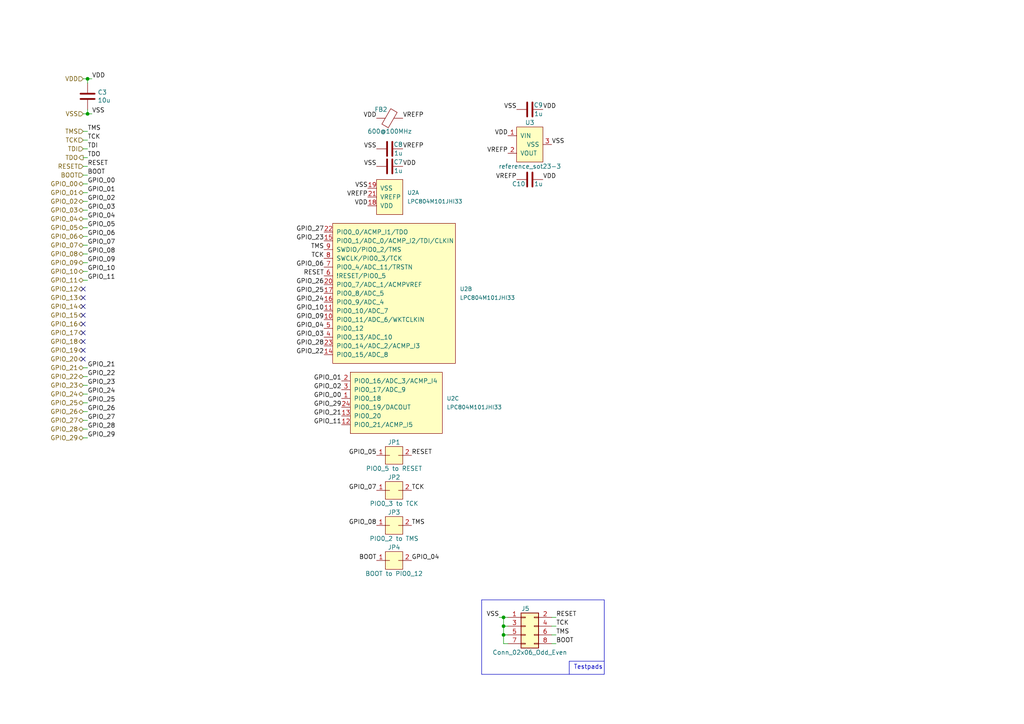
<source format=kicad_sch>
(kicad_sch (version 20230121) (generator eeschema)
  (paper "A4")
  (lib_symbols
    (symbol "Connector_Generic:Conn_02x04_Odd_Even" (pin_names (offset 1.016) hide)
      (property "Reference" "J" (at 1.27 5.08 0))
      (property "Value" "Conn_02x04_Odd_Even" (at 1.27 -7.62 0))
      (symbol "Conn_02x04_Odd_Even_1_1"
        (rectangle (start -1.27 -4.953) (end 0 -5.207) (stroke (width 0.1524)))
        (rectangle (start -1.27 -2.413) (end 0 -2.667) (stroke (width 0.1524)))
        (rectangle (start -1.27 0.127) (end 0 -0.127) (stroke (width 0.1524)))
        (rectangle (start -1.27 2.667) (end 0 2.413) (stroke (width 0.1524)))
        (rectangle (start -1.27 3.81) (end 3.81 -6.35) (stroke (width 0.254)) (fill (type background)))
        (rectangle (start 3.81 -4.953) (end 2.54 -5.207) (stroke (width 0.1524)))
        (rectangle (start 3.81 -2.413) (end 2.54 -2.667) (stroke (width 0.1524)))
        (rectangle (start 3.81 0.127) (end 2.54 -0.127) (stroke (width 0.1524)))
        (rectangle (start 3.81 2.667) (end 2.54 2.413) (stroke (width 0.1524)))
        (pin passive line (at -5.08 2.54 0) (length 3.81) (name "Pin_1") (number "1"))
        (pin passive line (at 7.62 2.54 180) (length 3.81) (name "Pin_2") (number "2"))
        (pin passive line (at -5.08 0 0) (length 3.81) (name "Pin_3") (number "3"))
        (pin passive line (at 7.62 0 180) (length 3.81) (name "Pin_4") (number "4"))
        (pin passive line (at -5.08 -2.54 0) (length 3.81) (name "Pin_5") (number "5"))
        (pin passive line (at 7.62 -2.54 180) (length 3.81) (name "Pin_6") (number "6"))
        (pin passive line (at -5.08 -5.08 0) (length 3.81) (name "Pin_7") (number "7"))
        (pin passive line (at 7.62 -5.08 180) (length 3.81) (name "Pin_8") (number "8"))
      )
    )
    (symbol "Device:C" (pin_numbers hide) (pin_names (offset 0.254))
      (property "Reference" "C" (at 0.635 2.54 0))
      (property "Value" "C" (at 0.635 -2.54 0))
      (symbol "C_0_1"
        (polyline (pts (xy -2.032 -0.762) (xy 2.032 -0.762)) (stroke (width 0.508)))
        (polyline (pts (xy -2.032 0.762) (xy 2.032 0.762)) (stroke (width 0.508)))
      )
      (symbol "C_1_1"
        (pin passive line (at 0 3.81 270) (length 2.794) (name "~") (number "1"))
        (pin passive line (at 0 -3.81 90) (length 2.794) (name "~") (number "2"))
      )
    )
    (symbol "Device:FerriteBead" (pin_numbers hide) (pin_names (offset 0))
      (property "Reference" "FB" (at -3.81 0.635 90))
      (property "Value" "FerriteBead" (at 3.81 0 90))
      (symbol "FerriteBead_0_1"
        (polyline (pts (xy 0 -1.27) (xy 0 -1.2192)))
        (polyline (pts (xy 0 1.27) (xy 0 1.2954)))
        (polyline (pts (xy -2.7686 0.4064) (xy -1.7018 2.2606) (xy 2.7686 -0.3048) (xy 1.6764 -2.159) (xy -2.7686 0.4064)))
      )
      (symbol "FerriteBead_1_1"
        (pin passive line (at 0 3.81 270) (length 2.54) (name "~") (number "1"))
        (pin passive line (at 0 -3.81 90) (length 2.54) (name "~") (number "2"))
      )
    )
    (symbol "SquantorGenericAnalog:reference_sot23-3" (pin_names (offset 1.016))
      (property "Reference" "U" (at 0 6.35 0))
      (property "Value" "reference_sot23-3" (at 0 -6.35 0))
      (symbol "reference_sot23-3_0_1"
        (rectangle (start -3.81 5.08) (end 3.81 -5.08) (fill (type background)))
      )
      (symbol "reference_sot23-3_1_1"
        (pin power_in line (at -6.35 2.54 0) (length 2.54) (name "VIN") (number "1"))
        (pin power_out line (at -6.35 -2.54 0) (length 2.54) (name "VOUT") (number "2"))
        (pin power_in line (at 6.35 0 180) (length 2.54) (name "VSS") (number "3"))
      )
    )
    (symbol "SquantorNxp:LPC804M101JDH24" (pin_names (offset 1.016))
      (property "Reference" "U" (at -1.27 21.59 0))
      (property "Value" "LPC804M101JHI33" (at -7.62 -22.86 0))
      (symbol "LPC804M101JDH24_1_1"
        (rectangle (start -3.81 5.08) (end 3.81 -5.08) (fill (type background)))
        (pin power_in line (at -6.35 -2.54 0) (length 2.54) (name "VDD") (number "18"))
        (pin power_in line (at -6.35 2.54 0) (length 2.54) (name "VSS") (number "19"))
        (pin power_in line (at -6.35 0 0) (length 2.54) (name "VREFP") (number "21"))
      )
      (symbol "LPC804M101JDH24_2_1"
        (rectangle (start -19.05 20.32) (end 16.51 -20.32) (fill (type background)))
        (pin bidirectional line (at -21.59 -7.62 0) (length 2.54) (name "PIO0_11/ADC_6/WKTCLKIN") (number "10"))
        (pin bidirectional line (at -21.59 -5.08 0) (length 2.54) (name "PIO0_10/ADC_7") (number "11"))
        (pin bidirectional line (at -21.59 -17.78 0) (length 2.54) (name "PIO0_15/ADC_8") (number "14"))
        (pin bidirectional line (at -21.59 15.24 0) (length 2.54) (name "PIO0_1/ADC_0/ACMP_I2/TDI/CLKIN") (number "15"))
        (pin bidirectional line (at -21.59 -2.54 0) (length 2.54) (name "PIO0_9/ADC_4") (number "16"))
        (pin bidirectional line (at -21.59 0 0) (length 2.54) (name "PIO0_8/ADC_5") (number "17"))
        (pin bidirectional line (at -21.59 2.54 0) (length 2.54) (name "PIO0_7/ADC_1/ACMPVREF") (number "20"))
        (pin bidirectional line (at -21.59 17.78 0) (length 2.54) (name "PIO0_0/ACMP_I1/TDO") (number "22"))
        (pin bidirectional line (at -21.59 -15.24 0) (length 2.54) (name "PIO0_14/ADC_2/ACMP_I3") (number "23"))
        (pin bidirectional line (at -21.59 -12.7 0) (length 2.54) (name "PIO0_13/ADC_10") (number "4"))
        (pin bidirectional line (at -21.59 -10.16 0) (length 2.54) (name "PIO0_12") (number "5"))
        (pin bidirectional line (at -21.59 5.08 0) (length 2.54) (name "!RESET/PIO0_5") (number "6"))
        (pin bidirectional line (at -21.59 7.62 0) (length 2.54) (name "PIO0_4/ADC_11/TRSTN") (number "7"))
        (pin bidirectional line (at -21.59 10.16 0) (length 2.54) (name "SWCLK/PIO0_3/TCK") (number "8"))
        (pin bidirectional line (at -21.59 12.7 0) (length 2.54) (name "SWDIO/PIO0_2/TMS") (number "9"))
      )
      (symbol "LPC804M101JDH24_3_1"
        (rectangle (start -12.7 8.89) (end 13.97 -8.89) (fill (type background)))
        (pin bidirectional line (at -15.24 1.27 0) (length 2.54) (name "PIO0_18") (number "1"))
        (pin bidirectional line (at -15.24 -6.35 0) (length 2.54) (name "PIO0_21/ACMP_I5") (number "12"))
        (pin bidirectional line (at -15.24 -3.81 0) (length 2.54) (name "PIO0_20") (number "13"))
        (pin bidirectional line (at -15.24 6.35 0) (length 2.54) (name "PIO0_16/ADC_3/ACMP_I4") (number "2"))
        (pin bidirectional line (at -15.24 -1.27 0) (length 2.54) (name "PIO0_19/DACOUT") (number "24"))
        (pin bidirectional line (at -15.24 3.81 0) (length 2.54) (name "PIO0_17/ADC_9") (number "3"))
      )
    )
    (symbol "SquantorSpecial:Solderjumper_2way_noconn" (pin_names (offset 1.016))
      (property "Reference" "JP" (at 0 3.81 0))
      (property "Value" "Solderjumper_2way_noconn" (at 0 -3.81 0))
      (symbol "Solderjumper_2way_noconn_0_1"
        (rectangle (start -2.54 2.54) (end 2.54 -2.54) (fill (type background)))
        (polyline (pts (xy -2.54 0) (xy -1.27 0)))
        (polyline (pts (xy 2.54 0) (xy 1.27 0)))
      )
      (symbol "Solderjumper_2way_noconn_1_1"
        (pin passive line (at -5.08 0 0) (length 2.54) (name "~") (number "1"))
        (pin passive line (at 5.08 0 180) (length 2.54) (name "~") (number "2"))
      )
    )
  )
  (junction (at 146.05 179.07))
  (junction (at 146.05 181.61))
  (junction (at 146.05 184.15))
  (junction (at 25.4 33.02))
  (junction (at 25.4 22.86))
  (no_connect (at 24.13 93.98))
  (no_connect (at 24.13 99.06))
  (no_connect (at 24.13 86.36))
  (no_connect (at 24.13 101.6))
  (no_connect (at 24.13 88.9))
  (no_connect (at 24.13 96.52))
  (no_connect (at 24.13 83.82))
  (no_connect (at 24.13 104.14))
  (no_connect (at 24.13 91.44))
  (wire (pts (xy 24.13 50.8) (xy 25.4 50.8)))
  (wire (pts (xy 146.05 179.07) (xy 147.32 179.07)))
  (polyline (pts (xy 175.26 194.31) (xy 175.26 195.58)))
  (wire (pts (xy 160.02 179.07) (xy 161.29 179.07)))
  (polyline (pts (xy 139.7 195.58) (xy 175.26 195.58)))
  (wire (pts (xy 25.4 33.02) (xy 25.4 31.75)))
  (wire (pts (xy 24.13 38.1) (xy 25.4 38.1)))
  (wire (pts (xy 24.13 33.02) (xy 25.4 33.02)))
  (wire (pts (xy 24.13 116.84) (xy 25.4 116.84)))
  (wire (pts (xy 24.13 58.42) (xy 25.4 58.42)))
  (wire (pts (xy 146.05 184.15) (xy 146.05 186.69)))
  (polyline (pts (xy 175.26 173.99) (xy 139.7 173.99)))
  (wire (pts (xy 26.67 22.86) (xy 25.4 22.86)))
  (wire (pts (xy 24.13 53.34) (xy 25.4 53.34)))
  (polyline (pts (xy 139.7 173.99) (xy 139.7 195.58)))
  (wire (pts (xy 160.02 186.69) (xy 161.29 186.69)))
  (wire (pts (xy 24.13 68.58) (xy 25.4 68.58)))
  (wire (pts (xy 146.05 181.61) (xy 146.05 184.15)))
  (polyline (pts (xy 175.26 191.77) (xy 165.1 191.77)))
  (wire (pts (xy 25.4 45.72) (xy 24.13 45.72)))
  (wire (pts (xy 25.4 22.86) (xy 25.4 24.13)))
  (wire (pts (xy 26.67 33.02) (xy 25.4 33.02)))
  (wire (pts (xy 24.13 66.04) (xy 25.4 66.04)))
  (wire (pts (xy 160.02 184.15) (xy 161.29 184.15)))
  (wire (pts (xy 24.13 71.12) (xy 25.4 71.12)))
  (wire (pts (xy 24.13 106.68) (xy 25.4 106.68)))
  (polyline (pts (xy 175.26 194.31) (xy 175.26 173.99)))
  (wire (pts (xy 25.4 40.64) (xy 24.13 40.64)))
  (wire (pts (xy 144.78 179.07) (xy 146.05 179.07)))
  (wire (pts (xy 160.02 181.61) (xy 161.29 181.61)))
  (wire (pts (xy 24.13 48.26) (xy 25.4 48.26)))
  (wire (pts (xy 24.13 43.18) (xy 25.4 43.18)))
  (wire (pts (xy 146.05 181.61) (xy 147.32 181.61)))
  (wire (pts (xy 24.13 114.3) (xy 25.4 114.3)))
  (wire (pts (xy 24.13 76.2) (xy 25.4 76.2)))
  (wire (pts (xy 24.13 81.28) (xy 25.4 81.28)))
  (wire (pts (xy 146.05 184.15) (xy 147.32 184.15)))
  (wire (pts (xy 24.13 119.38) (xy 25.4 119.38)))
  (wire (pts (xy 24.13 127) (xy 25.4 127)))
  (wire (pts (xy 146.05 179.07) (xy 146.05 181.61)))
  (wire (pts (xy 24.13 111.76) (xy 25.4 111.76)))
  (wire (pts (xy 24.13 60.96) (xy 25.4 60.96)))
  (wire (pts (xy 24.13 22.86) (xy 25.4 22.86)))
  (wire (pts (xy 24.13 63.5) (xy 25.4 63.5)))
  (wire (pts (xy 24.13 55.88) (xy 25.4 55.88)))
  (wire (pts (xy 24.13 78.74) (xy 25.4 78.74)))
  (wire (pts (xy 24.13 124.46) (xy 25.4 124.46)))
  (polyline (pts (xy 165.1 191.77) (xy 165.1 195.58)))
  (wire (pts (xy 24.13 109.22) (xy 25.4 109.22)))
  (wire (pts (xy 146.05 186.69) (xy 147.32 186.69)))
  (wire (pts (xy 24.13 121.92) (xy 25.4 121.92)))
  (wire (pts (xy 24.13 73.66) (xy 25.4 73.66)))
  (text "Testpads" (at 166.37 194.31 0) (effects (font (size 1.27 1.27)) (justify left bottom)))
  (label "GPIO_08" (at 109.22 152.4 180))
  (label "GPIO_06" (at 25.4 68.58 0))
  (label "GPIO_06" (at 93.98 77.47 180))
  (label "VSS" (at 160.02 41.91 0))
  (label "GPIO_01" (at 25.4 55.88 0))
  (label "VREFP" (at 116.84 34.29 0))
  (label "GPIO_04" (at 119.38 162.56 0))
  (label "BOOT" (at 25.4 50.8 0))
  (label "GPIO_28" (at 25.4 124.46 0))
  (label "GPIO_11" (at 99.06 123.19 180))
  (label "GPIO_05" (at 109.22 132.08 180))
  (label "VDD" (at 106.68 59.69 180))
  (label "VDD" (at 157.48 31.75 0))
  (label "GPIO_28" (at 93.98 100.33 180))
  (label "GPIO_04" (at 93.98 95.25 180))
  (label "VSS" (at 149.86 31.75 180))
  (label "GPIO_25" (at 93.98 85.09 180))
  (label "GPIO_00" (at 25.4 53.34 0))
  (label "BOOT" (at 109.22 162.56 180))
  (label "VDD" (at 26.67 22.86 0))
  (label "GPIO_26" (at 93.98 82.55 180))
  (label "GPIO_27" (at 93.98 67.31 180))
  (label "GPIO_01" (at 99.06 110.49 180))
  (label "TCK" (at 119.38 142.24 0))
  (label "BOOT" (at 161.29 186.69 0))
  (label "GPIO_02" (at 99.06 113.03 180))
  (label "TCK" (at 161.29 181.61 0))
  (label "GPIO_29" (at 25.4 127 0))
  (label "TCK" (at 93.98 74.93 180))
  (label "VSS" (at 26.67 33.02 0))
  (label "VDD" (at 147.32 39.37 180))
  (label "GPIO_10" (at 93.98 90.17 180))
  (label "GPIO_21" (at 25.4 106.68 0))
  (label "TMS" (at 161.29 184.15 0))
  (label "RESET" (at 93.98 80.01 180))
  (label "VDD" (at 116.84 48.26 0))
  (label "TMS" (at 93.98 72.39 180))
  (label "GPIO_22" (at 25.4 109.22 0))
  (label "GPIO_11" (at 25.4 81.28 0))
  (label "VSS" (at 144.78 179.07 180))
  (label "RESET" (at 25.4 48.26 0))
  (label "GPIO_03" (at 93.98 97.79 180))
  (label "RESET" (at 119.38 132.08 0))
  (label "GPIO_00" (at 99.06 115.57 180))
  (label "GPIO_10" (at 25.4 78.74 0))
  (label "GPIO_07" (at 25.4 71.12 0))
  (label "GPIO_25" (at 25.4 116.84 0))
  (label "GPIO_05" (at 25.4 66.04 0))
  (label "GPIO_24" (at 25.4 114.3 0))
  (label "GPIO_04" (at 25.4 63.5 0))
  (label "GPIO_02" (at 25.4 58.42 0))
  (label "TCK" (at 25.4 40.64 0))
  (label "GPIO_09" (at 93.98 92.71 180))
  (label "GPIO_26" (at 25.4 119.38 0))
  (label "GPIO_24" (at 93.98 87.63 180))
  (label "GPIO_22" (at 93.98 102.87 180))
  (label "VREFP" (at 116.84 43.18 0))
  (label "VREFP" (at 106.68 57.15 180))
  (label "TDO" (at 25.4 45.72 0))
  (label "TMS" (at 119.38 152.4 0))
  (label "GPIO_29" (at 99.06 118.11 180))
  (label "GPIO_07" (at 109.22 142.24 180))
  (label "GPIO_03" (at 25.4 60.96 0))
  (label "GPIO_27" (at 25.4 121.92 0))
  (label "VDD" (at 109.22 34.29 180))
  (label "VSS" (at 109.22 48.26 180))
  (label "TMS" (at 25.4 38.1 0))
  (label "GPIO_08" (at 25.4 73.66 0))
  (label "GPIO_23" (at 93.98 69.85 180))
  (label "VSS" (at 109.22 43.18 180))
  (label "GPIO_21" (at 99.06 120.65 180))
  (label "VSS" (at 106.68 54.61 180))
  (label "TDI" (at 25.4 43.18 0))
  (label "VREFP" (at 149.86 52.07 180))
  (label "VDD" (at 157.48 52.07 0))
  (label "VREFP" (at 147.32 44.45 180))
  (label "GPIO_09" (at 25.4 76.2 0))
  (label "GPIO_23" (at 25.4 111.76 0))
  (label "RESET" (at 161.29 179.07 0))
  (hierarchical_label "GPIO_16" (shape bidirectional) (at 24.13 93.98 180))
  (hierarchical_label "GPIO_17" (shape bidirectional) (at 24.13 96.52 180))
  (hierarchical_label "GPIO_20" (shape bidirectional) (at 24.13 104.14 180))
  (hierarchical_label "GPIO_18" (shape bidirectional) (at 24.13 99.06 180))
  (hierarchical_label "GPIO_02" (shape bidirectional) (at 24.13 58.42 180))
  (hierarchical_label "GPIO_01" (shape bidirectional) (at 24.13 55.88 180))
  (hierarchical_label "GPIO_12" (shape bidirectional) (at 24.13 83.82 180))
  (hierarchical_label "TCK" (shape input) (at 24.13 40.64 180))
  (hierarchical_label "GPIO_24" (shape bidirectional) (at 24.13 114.3 180))
  (hierarchical_label "TDO" (shape output) (at 24.13 45.72 180))
  (hierarchical_label "GPIO_10" (shape bidirectional) (at 24.13 78.74 180))
  (hierarchical_label "GPIO_05" (shape bidirectional) (at 24.13 66.04 180))
  (hierarchical_label "GPIO_00" (shape bidirectional) (at 24.13 53.34 180))
  (hierarchical_label "RESET" (shape input) (at 24.13 48.26 180))
  (hierarchical_label "GPIO_23" (shape bidirectional) (at 24.13 111.76 180))
  (hierarchical_label "GPIO_09" (shape bidirectional) (at 24.13 76.2 180))
  (hierarchical_label "GPIO_13" (shape bidirectional) (at 24.13 86.36 180))
  (hierarchical_label "TMS" (shape input) (at 24.13 38.1 180))
  (hierarchical_label "GPIO_11" (shape bidirectional) (at 24.13 81.28 180))
  (hierarchical_label "TDI" (shape input) (at 24.13 43.18 180))
  (hierarchical_label "GPIO_04" (shape bidirectional) (at 24.13 63.5 180))
  (hierarchical_label "GPIO_15" (shape bidirectional) (at 24.13 91.44 180))
  (hierarchical_label "BOOT" (shape input) (at 24.13 50.8 180))
  (hierarchical_label "GPIO_14" (shape bidirectional) (at 24.13 88.9 180))
  (hierarchical_label "VDD" (shape input) (at 24.13 22.86 180))
  (hierarchical_label "GPIO_21" (shape bidirectional) (at 24.13 106.68 180))
  (hierarchical_label "GPIO_28" (shape bidirectional) (at 24.13 124.46 180))
  (hierarchical_label "GPIO_07" (shape bidirectional) (at 24.13 71.12 180))
  (hierarchical_label "GPIO_08" (shape bidirectional) (at 24.13 73.66 180))
  (hierarchical_label "GPIO_25" (shape bidirectional) (at 24.13 116.84 180))
  (hierarchical_label "GPIO_03" (shape bidirectional) (at 24.13 60.96 180))
  (hierarchical_label "GPIO_22" (shape bidirectional) (at 24.13 109.22 180))
  (hierarchical_label "VSS" (shape input) (at 24.13 33.02 180))
  (hierarchical_label "GPIO_29" (shape bidirectional) (at 24.13 127 180))
  (hierarchical_label "GPIO_26" (shape bidirectional) (at 24.13 119.38 180))
  (hierarchical_label "GPIO_19" (shape bidirectional) (at 24.13 101.6 180))
  (hierarchical_label "GPIO_06" (shape bidirectional) (at 24.13 68.58 180))
  (hierarchical_label "GPIO_27" (shape bidirectional) (at 24.13 121.92 180))
  (symbol (lib_id "Device:C") (at 25.4 27.94 0) (unit 1)
    (property "Reference" "C3" (at 28.321 26.7716 0) (effects (justify left)))
    (property "Value" "10u" (at 28.321 29.083 0) (effects (justify left)))
    (property "Footprint" "SquantorCapacitor:C_0603" (effects hide))
  )
  (symbol (lib_id "SquantorSpecial:Solderjumper_2way_noconn") (at 114.3 142.24 0) (unit 1)
    (property "Reference" "JP2" (at 114.3 138.43 0))
    (property "Value" "PIO0_3 to TCK" (at 114.3 146.05 0))
    (property "Footprint" "SquantorSpecial:solder_jumper_0402_2way_noconn" (effects hide))
  )
  (symbol (lib_id "Connector_Generic:Conn_02x04_Odd_Even") (at 152.4 181.61 0) (unit 1)
    (property "Reference" "J5" (at 152.4 176.53 0))
    (property "Value" "Conn_02x06_Odd_Even" (at 153.67 189.23 0))
    (property "Footprint" "SquantorConnectors:Header-0127-2X04-H006" (effects hide))
  )
  (symbol (lib_id "SquantorSpecial:Solderjumper_2way_noconn") (at 114.3 132.08 0) (unit 1)
    (property "Reference" "JP1" (at 114.3 128.27 0))
    (property "Value" "PIO0_5 to RESET" (at 114.3 135.89 0))
    (property "Footprint" "SquantorSpecial:solder_jumper_0402_2way_noconn" (effects hide))
  )
  (symbol (lib_id "SquantorNxp:LPC804M101JDH24") (at 114.3 116.84 0) (unit 3)
    (property "Reference" "U2" (at 129.54 115.57 0) (effects (font (size 1.143 1.143)) (justify left)))
    (property "Value" "LPC804M101JHI33" (at 129.54 118.11 0) (effects (font (size 1.143 1.143)) (justify left)))
    (property "Footprint" "SquantorIC:SOT355-1-NXP" (effects hide))
  )
  (symbol (lib_id "SquantorNxp:LPC804M101JDH24") (at 113.03 57.15 0) (unit 1)
    (property "Reference" "U2" (at 118.11 55.88 0) (effects (font (size 1.143 1.143)) (justify left)))
    (property "Value" "LPC804M101JHI33" (at 118.11 58.42 0) (effects (font (size 1.143 1.143)) (justify left)))
    (property "Footprint" "SquantorIC:SOT355-1-NXP" (effects hide))
  )
  (symbol (lib_id "Device:FerriteBead") (at 113.03 34.29 90) (unit 1)
    (property "Reference" "FB2" (at 110.49 31.75 90))
    (property "Value" "600@100MHz" (at 113.03 38.1 90))
    (property "Footprint" "SquantorInductor:L_0603" (effects hide))
  )
  (symbol (lib_id "Device:C") (at 113.03 48.26 90) (unit 1)
    (property "Reference" "C7" (at 116.84 46.99 90) (effects (justify left)))
    (property "Value" "1u" (at 116.84 49.53 90) (effects (justify left)))
    (property "Footprint" "SquantorCapacitor:C_0603" (effects hide))
  )
  (symbol (lib_id "Device:C") (at 113.03 43.18 90) (unit 1)
    (property "Reference" "C8" (at 116.84 41.91 90) (effects (justify left)))
    (property "Value" "1u" (at 116.84 44.45 90) (effects (justify left)))
    (property "Footprint" "SquantorCapacitor:C_0603" (effects hide))
  )
  (symbol (lib_id "Device:C") (at 153.67 31.75 90) (unit 1)
    (property "Reference" "C9" (at 157.48 30.48 90) (effects (justify left)))
    (property "Value" "1u" (at 157.48 33.02 90) (effects (justify left)))
    (property "Footprint" "SquantorCapacitor:C_0603" (effects hide))
  )
  (symbol (lib_id "Device:C") (at 153.67 52.07 90) (unit 1)
    (property "Reference" "C10" (at 152.4 53.34 90) (effects (justify left)))
    (property "Value" "1u" (at 157.48 53.34 90) (effects (justify left)))
    (property "Footprint" "SquantorCapacitor:C_0603" (effects hide))
  )
  (symbol (lib_id "SquantorNxp:LPC804M101JDH24") (at 115.57 85.09 0) (unit 2)
    (property "Reference" "U2" (at 133.35 83.82 0) (effects (font (size 1.143 1.143)) (justify left)))
    (property "Value" "LPC804M101JHI33" (at 133.35 86.36 0) (effects (font (size 1.143 1.143)) (justify left)))
    (property "Footprint" "SquantorIC:SOT355-1-NXP" (effects hide))
  )
  (symbol (lib_id "SquantorSpecial:Solderjumper_2way_noconn") (at 114.3 162.56 0) (unit 1)
    (property "Reference" "JP4" (at 114.3 158.75 0))
    (property "Value" "BOOT to PIO0_12" (at 114.3 166.37 0))
    (property "Footprint" "SquantorSpecial:solder_jumper_0402_2way_noconn" (effects hide))
  )
  (symbol (lib_id "SquantorGenericAnalog:reference_sot23-3") (at 153.67 41.91 0) (unit 1)
    (property "Reference" "U3" (at 153.67 35.56 0))
    (property "Value" "reference_sot23-3" (at 153.67 48.26 0))
    (property "Footprint" "SquantorIC:SOT23-3" (effects hide))
  )
  (symbol (lib_id "SquantorSpecial:Solderjumper_2way_noconn") (at 114.3 152.4 0) (unit 1)
    (property "Reference" "JP3" (at 114.3 148.59 0))
    (property "Value" "PIO0_2 to TMS" (at 114.3 156.21 0))
    (property "Footprint" "SquantorSpecial:solder_jumper_0402_2way_noconn" (effects hide))
  )
)
</source>
